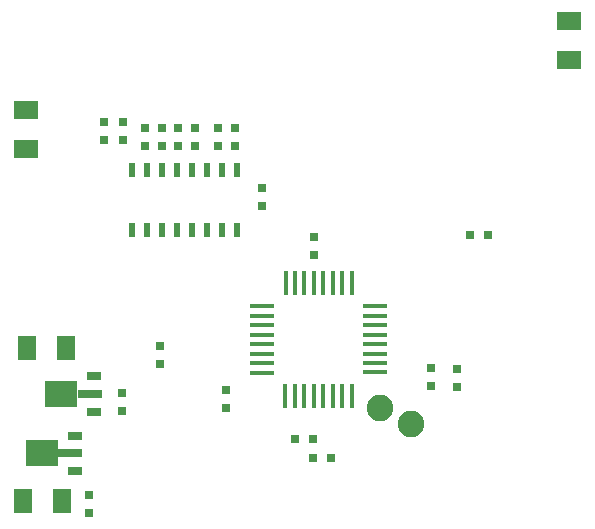
<source format=gtp>
G04 (created by PCBNEW-RS274X (2012-01-19 BZR 3256)-stable) date 13/04/2012 18:31:07*
G01*
G70*
G90*
%MOIN*%
G04 Gerber Fmt 3.4, Leading zero omitted, Abs format*
%FSLAX34Y34*%
G04 APERTURE LIST*
%ADD10C,0.006000*%
%ADD11R,0.047200X0.027600*%
%ADD12R,0.078700X0.027600*%
%ADD13R,0.110300X0.086600*%
%ADD14R,0.020000X0.045000*%
%ADD15R,0.031500X0.025000*%
%ADD16R,0.025000X0.031500*%
%ADD17R,0.017700X0.078700*%
%ADD18R,0.078700X0.017700*%
%ADD19R,0.060000X0.080000*%
%ADD20R,0.080000X0.060000*%
%ADD21C,0.088600*%
G04 APERTURE END LIST*
G54D10*
G54D11*
X18862Y-27717D03*
G54D12*
X18705Y-27126D03*
G54D11*
X18862Y-26535D03*
G54D13*
X17760Y-27126D03*
G54D14*
X24253Y-17671D03*
X23753Y-17671D03*
X23253Y-17671D03*
X22753Y-17671D03*
X22253Y-17671D03*
X21753Y-17671D03*
X21253Y-17671D03*
X20753Y-17671D03*
X20753Y-19671D03*
X21253Y-19671D03*
X21753Y-19671D03*
X22253Y-19671D03*
X22753Y-19671D03*
X23253Y-19671D03*
X23753Y-19671D03*
X24253Y-19671D03*
G54D15*
X26819Y-19913D03*
X26819Y-20513D03*
G54D16*
X26180Y-26646D03*
X26780Y-26646D03*
X27379Y-27276D03*
X26779Y-27276D03*
G54D15*
X25079Y-18883D03*
X25079Y-18283D03*
G54D17*
X25876Y-21443D03*
X26191Y-21443D03*
X26506Y-21443D03*
X26821Y-21443D03*
X27136Y-21443D03*
X27451Y-21443D03*
X27766Y-21443D03*
X28081Y-21443D03*
X28079Y-25209D03*
X25869Y-25209D03*
X26189Y-25209D03*
X26509Y-25209D03*
X26819Y-25209D03*
X27139Y-25209D03*
X27449Y-25209D03*
X27769Y-25209D03*
G54D18*
X28869Y-22227D03*
X28869Y-22541D03*
X28869Y-22857D03*
X28869Y-23171D03*
X28869Y-23487D03*
X28869Y-23801D03*
X28869Y-24117D03*
X28869Y-24431D03*
X25089Y-22229D03*
X25089Y-22539D03*
X25089Y-22859D03*
X25089Y-23169D03*
X25089Y-23479D03*
X25089Y-23799D03*
X25089Y-24119D03*
X25089Y-24439D03*
G54D19*
X17244Y-23610D03*
X18544Y-23610D03*
X17137Y-28728D03*
X18437Y-28728D03*
G54D15*
X20429Y-25102D03*
X20429Y-25702D03*
X19315Y-28503D03*
X19315Y-29103D03*
X24201Y-16287D03*
X24201Y-16887D03*
X23630Y-16275D03*
X23630Y-16875D03*
X22850Y-16275D03*
X22850Y-16875D03*
X22299Y-16287D03*
X22299Y-16887D03*
X21752Y-16287D03*
X21752Y-16887D03*
X21196Y-16292D03*
X21196Y-16892D03*
X20461Y-16082D03*
X20461Y-16682D03*
X19839Y-16074D03*
X19839Y-16674D03*
X30728Y-24887D03*
X30728Y-24287D03*
X23882Y-25023D03*
X23882Y-25623D03*
X31591Y-24302D03*
X31591Y-24902D03*
G54D20*
X17232Y-16989D03*
X17232Y-15689D03*
X35340Y-12730D03*
X35340Y-14030D03*
G54D21*
X29040Y-25620D03*
X30050Y-26150D03*
G54D16*
X32011Y-19854D03*
X32611Y-19854D03*
G54D15*
X21709Y-24135D03*
X21709Y-23535D03*
G54D11*
X19500Y-25741D03*
G54D12*
X19343Y-25150D03*
G54D11*
X19500Y-24559D03*
G54D13*
X18398Y-25150D03*
M02*

</source>
